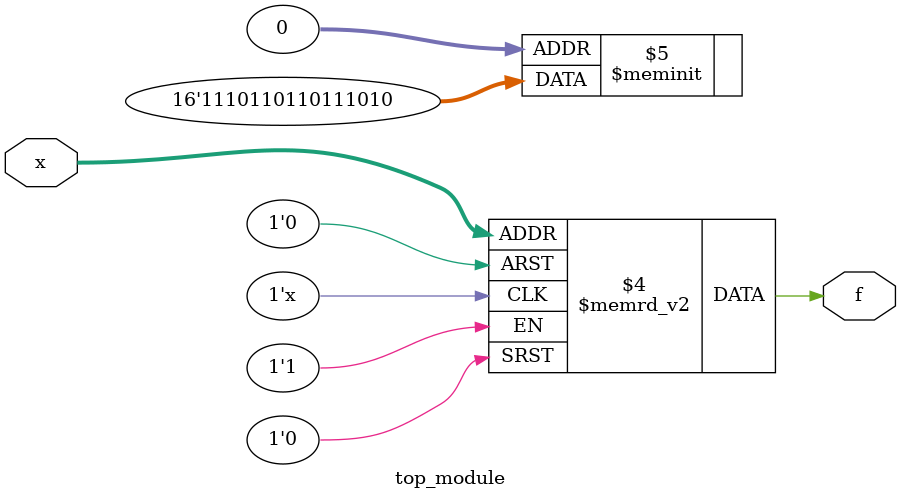
<source format=sv>
module top_module (
    input [4:1] x,
    output logic f
);

always_comb begin
    case (x)
        4'b0001, 4'b0011, 4'b1011, 4'b1101: f = 1'b1;
        4'b0100, 4'b0101, 4'b0111, 4'b1000, 4'b1010, 4'b1110, 4'b1111: f = 1'b1; // Don't care conditions
        default: f = 1'b0;
    endcase
end

endmodule

</source>
